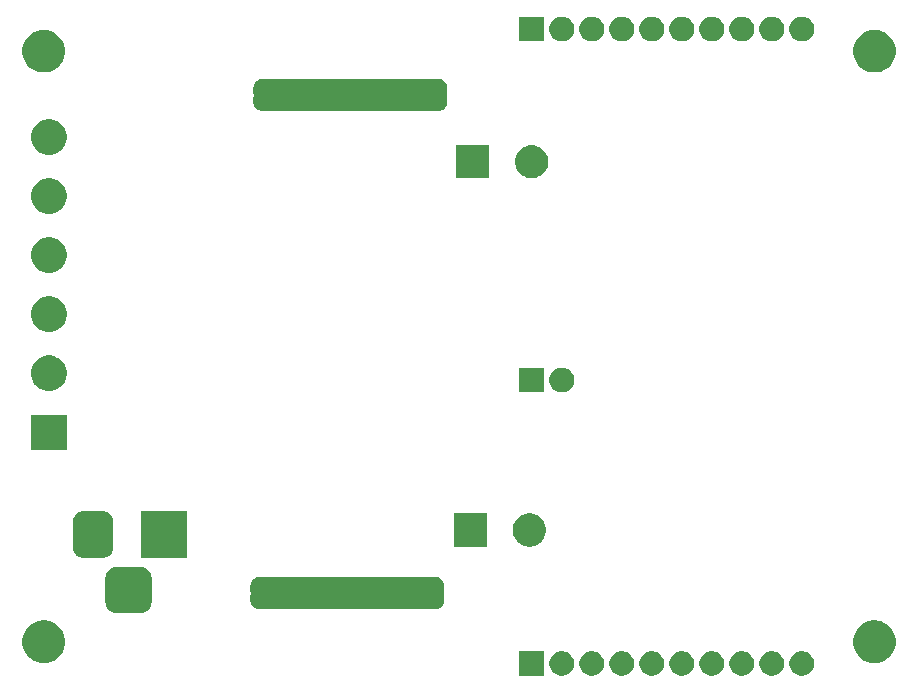
<source format=gbr>
G04 #@! TF.GenerationSoftware,KiCad,Pcbnew,5.1.5-52549c5~84~ubuntu18.04.1*
G04 #@! TF.CreationDate,2020-03-09T10:29:23-07:00*
G04 #@! TF.ProjectId,wifistepper,77696669-7374-4657-9070-65722e6b6963,rev?*
G04 #@! TF.SameCoordinates,Original*
G04 #@! TF.FileFunction,Soldermask,Bot*
G04 #@! TF.FilePolarity,Negative*
%FSLAX46Y46*%
G04 Gerber Fmt 4.6, Leading zero omitted, Abs format (unit mm)*
G04 Created by KiCad (PCBNEW 5.1.5-52549c5~84~ubuntu18.04.1) date 2020-03-09 10:29:23*
%MOMM*%
%LPD*%
G04 APERTURE LIST*
%ADD10C,0.100000*%
G04 APERTURE END LIST*
D10*
G36*
X83948687Y-115795027D02*
G01*
X84126274Y-115830350D01*
X84317362Y-115909502D01*
X84489336Y-116024411D01*
X84635589Y-116170664D01*
X84750498Y-116342638D01*
X84829650Y-116533726D01*
X84870000Y-116736584D01*
X84870000Y-116943416D01*
X84829650Y-117146274D01*
X84750498Y-117337362D01*
X84635589Y-117509336D01*
X84489336Y-117655589D01*
X84317362Y-117770498D01*
X84126274Y-117849650D01*
X83948687Y-117884973D01*
X83923417Y-117890000D01*
X83716583Y-117890000D01*
X83691313Y-117884973D01*
X83513726Y-117849650D01*
X83322638Y-117770498D01*
X83150664Y-117655589D01*
X83004411Y-117509336D01*
X82889502Y-117337362D01*
X82810350Y-117146274D01*
X82770000Y-116943416D01*
X82770000Y-116736584D01*
X82810350Y-116533726D01*
X82889502Y-116342638D01*
X83004411Y-116170664D01*
X83150664Y-116024411D01*
X83322638Y-115909502D01*
X83513726Y-115830350D01*
X83691313Y-115795027D01*
X83716583Y-115790000D01*
X83923417Y-115790000D01*
X83948687Y-115795027D01*
G37*
G36*
X99188687Y-115795027D02*
G01*
X99366274Y-115830350D01*
X99557362Y-115909502D01*
X99729336Y-116024411D01*
X99875589Y-116170664D01*
X99990498Y-116342638D01*
X100069650Y-116533726D01*
X100110000Y-116736584D01*
X100110000Y-116943416D01*
X100069650Y-117146274D01*
X99990498Y-117337362D01*
X99875589Y-117509336D01*
X99729336Y-117655589D01*
X99557362Y-117770498D01*
X99366274Y-117849650D01*
X99188687Y-117884973D01*
X99163417Y-117890000D01*
X98956583Y-117890000D01*
X98931313Y-117884973D01*
X98753726Y-117849650D01*
X98562638Y-117770498D01*
X98390664Y-117655589D01*
X98244411Y-117509336D01*
X98129502Y-117337362D01*
X98050350Y-117146274D01*
X98010000Y-116943416D01*
X98010000Y-116736584D01*
X98050350Y-116533726D01*
X98129502Y-116342638D01*
X98244411Y-116170664D01*
X98390664Y-116024411D01*
X98562638Y-115909502D01*
X98753726Y-115830350D01*
X98931313Y-115795027D01*
X98956583Y-115790000D01*
X99163417Y-115790000D01*
X99188687Y-115795027D01*
G37*
G36*
X79790000Y-117890000D02*
G01*
X77690000Y-117890000D01*
X77690000Y-115790000D01*
X79790000Y-115790000D01*
X79790000Y-117890000D01*
G37*
G36*
X81408687Y-115795027D02*
G01*
X81586274Y-115830350D01*
X81777362Y-115909502D01*
X81949336Y-116024411D01*
X82095589Y-116170664D01*
X82210498Y-116342638D01*
X82289650Y-116533726D01*
X82330000Y-116736584D01*
X82330000Y-116943416D01*
X82289650Y-117146274D01*
X82210498Y-117337362D01*
X82095589Y-117509336D01*
X81949336Y-117655589D01*
X81777362Y-117770498D01*
X81586274Y-117849650D01*
X81408687Y-117884973D01*
X81383417Y-117890000D01*
X81176583Y-117890000D01*
X81151313Y-117884973D01*
X80973726Y-117849650D01*
X80782638Y-117770498D01*
X80610664Y-117655589D01*
X80464411Y-117509336D01*
X80349502Y-117337362D01*
X80270350Y-117146274D01*
X80230000Y-116943416D01*
X80230000Y-116736584D01*
X80270350Y-116533726D01*
X80349502Y-116342638D01*
X80464411Y-116170664D01*
X80610664Y-116024411D01*
X80782638Y-115909502D01*
X80973726Y-115830350D01*
X81151313Y-115795027D01*
X81176583Y-115790000D01*
X81383417Y-115790000D01*
X81408687Y-115795027D01*
G37*
G36*
X101728687Y-115795027D02*
G01*
X101906274Y-115830350D01*
X102097362Y-115909502D01*
X102269336Y-116024411D01*
X102415589Y-116170664D01*
X102530498Y-116342638D01*
X102609650Y-116533726D01*
X102650000Y-116736584D01*
X102650000Y-116943416D01*
X102609650Y-117146274D01*
X102530498Y-117337362D01*
X102415589Y-117509336D01*
X102269336Y-117655589D01*
X102097362Y-117770498D01*
X101906274Y-117849650D01*
X101728687Y-117884973D01*
X101703417Y-117890000D01*
X101496583Y-117890000D01*
X101471313Y-117884973D01*
X101293726Y-117849650D01*
X101102638Y-117770498D01*
X100930664Y-117655589D01*
X100784411Y-117509336D01*
X100669502Y-117337362D01*
X100590350Y-117146274D01*
X100550000Y-116943416D01*
X100550000Y-116736584D01*
X100590350Y-116533726D01*
X100669502Y-116342638D01*
X100784411Y-116170664D01*
X100930664Y-116024411D01*
X101102638Y-115909502D01*
X101293726Y-115830350D01*
X101471313Y-115795027D01*
X101496583Y-115790000D01*
X101703417Y-115790000D01*
X101728687Y-115795027D01*
G37*
G36*
X96648687Y-115795027D02*
G01*
X96826274Y-115830350D01*
X97017362Y-115909502D01*
X97189336Y-116024411D01*
X97335589Y-116170664D01*
X97450498Y-116342638D01*
X97529650Y-116533726D01*
X97570000Y-116736584D01*
X97570000Y-116943416D01*
X97529650Y-117146274D01*
X97450498Y-117337362D01*
X97335589Y-117509336D01*
X97189336Y-117655589D01*
X97017362Y-117770498D01*
X96826274Y-117849650D01*
X96648687Y-117884973D01*
X96623417Y-117890000D01*
X96416583Y-117890000D01*
X96391313Y-117884973D01*
X96213726Y-117849650D01*
X96022638Y-117770498D01*
X95850664Y-117655589D01*
X95704411Y-117509336D01*
X95589502Y-117337362D01*
X95510350Y-117146274D01*
X95470000Y-116943416D01*
X95470000Y-116736584D01*
X95510350Y-116533726D01*
X95589502Y-116342638D01*
X95704411Y-116170664D01*
X95850664Y-116024411D01*
X96022638Y-115909502D01*
X96213726Y-115830350D01*
X96391313Y-115795027D01*
X96416583Y-115790000D01*
X96623417Y-115790000D01*
X96648687Y-115795027D01*
G37*
G36*
X94108687Y-115795027D02*
G01*
X94286274Y-115830350D01*
X94477362Y-115909502D01*
X94649336Y-116024411D01*
X94795589Y-116170664D01*
X94910498Y-116342638D01*
X94989650Y-116533726D01*
X95030000Y-116736584D01*
X95030000Y-116943416D01*
X94989650Y-117146274D01*
X94910498Y-117337362D01*
X94795589Y-117509336D01*
X94649336Y-117655589D01*
X94477362Y-117770498D01*
X94286274Y-117849650D01*
X94108687Y-117884973D01*
X94083417Y-117890000D01*
X93876583Y-117890000D01*
X93851313Y-117884973D01*
X93673726Y-117849650D01*
X93482638Y-117770498D01*
X93310664Y-117655589D01*
X93164411Y-117509336D01*
X93049502Y-117337362D01*
X92970350Y-117146274D01*
X92930000Y-116943416D01*
X92930000Y-116736584D01*
X92970350Y-116533726D01*
X93049502Y-116342638D01*
X93164411Y-116170664D01*
X93310664Y-116024411D01*
X93482638Y-115909502D01*
X93673726Y-115830350D01*
X93851313Y-115795027D01*
X93876583Y-115790000D01*
X94083417Y-115790000D01*
X94108687Y-115795027D01*
G37*
G36*
X91568687Y-115795027D02*
G01*
X91746274Y-115830350D01*
X91937362Y-115909502D01*
X92109336Y-116024411D01*
X92255589Y-116170664D01*
X92370498Y-116342638D01*
X92449650Y-116533726D01*
X92490000Y-116736584D01*
X92490000Y-116943416D01*
X92449650Y-117146274D01*
X92370498Y-117337362D01*
X92255589Y-117509336D01*
X92109336Y-117655589D01*
X91937362Y-117770498D01*
X91746274Y-117849650D01*
X91568687Y-117884973D01*
X91543417Y-117890000D01*
X91336583Y-117890000D01*
X91311313Y-117884973D01*
X91133726Y-117849650D01*
X90942638Y-117770498D01*
X90770664Y-117655589D01*
X90624411Y-117509336D01*
X90509502Y-117337362D01*
X90430350Y-117146274D01*
X90390000Y-116943416D01*
X90390000Y-116736584D01*
X90430350Y-116533726D01*
X90509502Y-116342638D01*
X90624411Y-116170664D01*
X90770664Y-116024411D01*
X90942638Y-115909502D01*
X91133726Y-115830350D01*
X91311313Y-115795027D01*
X91336583Y-115790000D01*
X91543417Y-115790000D01*
X91568687Y-115795027D01*
G37*
G36*
X89028687Y-115795027D02*
G01*
X89206274Y-115830350D01*
X89397362Y-115909502D01*
X89569336Y-116024411D01*
X89715589Y-116170664D01*
X89830498Y-116342638D01*
X89909650Y-116533726D01*
X89950000Y-116736584D01*
X89950000Y-116943416D01*
X89909650Y-117146274D01*
X89830498Y-117337362D01*
X89715589Y-117509336D01*
X89569336Y-117655589D01*
X89397362Y-117770498D01*
X89206274Y-117849650D01*
X89028687Y-117884973D01*
X89003417Y-117890000D01*
X88796583Y-117890000D01*
X88771313Y-117884973D01*
X88593726Y-117849650D01*
X88402638Y-117770498D01*
X88230664Y-117655589D01*
X88084411Y-117509336D01*
X87969502Y-117337362D01*
X87890350Y-117146274D01*
X87850000Y-116943416D01*
X87850000Y-116736584D01*
X87890350Y-116533726D01*
X87969502Y-116342638D01*
X88084411Y-116170664D01*
X88230664Y-116024411D01*
X88402638Y-115909502D01*
X88593726Y-115830350D01*
X88771313Y-115795027D01*
X88796583Y-115790000D01*
X89003417Y-115790000D01*
X89028687Y-115795027D01*
G37*
G36*
X86488687Y-115795027D02*
G01*
X86666274Y-115830350D01*
X86857362Y-115909502D01*
X87029336Y-116024411D01*
X87175589Y-116170664D01*
X87290498Y-116342638D01*
X87369650Y-116533726D01*
X87410000Y-116736584D01*
X87410000Y-116943416D01*
X87369650Y-117146274D01*
X87290498Y-117337362D01*
X87175589Y-117509336D01*
X87029336Y-117655589D01*
X86857362Y-117770498D01*
X86666274Y-117849650D01*
X86488687Y-117884973D01*
X86463417Y-117890000D01*
X86256583Y-117890000D01*
X86231313Y-117884973D01*
X86053726Y-117849650D01*
X85862638Y-117770498D01*
X85690664Y-117655589D01*
X85544411Y-117509336D01*
X85429502Y-117337362D01*
X85350350Y-117146274D01*
X85310000Y-116943416D01*
X85310000Y-116736584D01*
X85350350Y-116533726D01*
X85429502Y-116342638D01*
X85544411Y-116170664D01*
X85690664Y-116024411D01*
X85862638Y-115909502D01*
X86053726Y-115830350D01*
X86231313Y-115795027D01*
X86256583Y-115790000D01*
X86463417Y-115790000D01*
X86488687Y-115795027D01*
G37*
G36*
X108095663Y-113234587D02*
G01*
X108269541Y-113269173D01*
X108597120Y-113404861D01*
X108891933Y-113601849D01*
X109142651Y-113852567D01*
X109339639Y-114147380D01*
X109475327Y-114474959D01*
X109544500Y-114822716D01*
X109544500Y-115177284D01*
X109475327Y-115525041D01*
X109339639Y-115852620D01*
X109142651Y-116147433D01*
X108891933Y-116398151D01*
X108597120Y-116595139D01*
X108269541Y-116730827D01*
X108095662Y-116765414D01*
X107921786Y-116800000D01*
X107567214Y-116800000D01*
X107393338Y-116765414D01*
X107219459Y-116730827D01*
X106891880Y-116595139D01*
X106597067Y-116398151D01*
X106346349Y-116147433D01*
X106149361Y-115852620D01*
X106013673Y-115525041D01*
X105944500Y-115177284D01*
X105944500Y-114822716D01*
X106013673Y-114474959D01*
X106149361Y-114147380D01*
X106346349Y-113852567D01*
X106597067Y-113601849D01*
X106891880Y-113404861D01*
X107219459Y-113269173D01*
X107393337Y-113234587D01*
X107567214Y-113200000D01*
X107921786Y-113200000D01*
X108095663Y-113234587D01*
G37*
G36*
X37764163Y-113234587D02*
G01*
X37938041Y-113269173D01*
X38265620Y-113404861D01*
X38560433Y-113601849D01*
X38811151Y-113852567D01*
X39008139Y-114147380D01*
X39143827Y-114474959D01*
X39213000Y-114822716D01*
X39213000Y-115177284D01*
X39143827Y-115525041D01*
X39008139Y-115852620D01*
X38811151Y-116147433D01*
X38560433Y-116398151D01*
X38265620Y-116595139D01*
X37938041Y-116730827D01*
X37764162Y-116765414D01*
X37590286Y-116800000D01*
X37235714Y-116800000D01*
X37061838Y-116765414D01*
X36887959Y-116730827D01*
X36560380Y-116595139D01*
X36265567Y-116398151D01*
X36014849Y-116147433D01*
X35817861Y-115852620D01*
X35682173Y-115525041D01*
X35613000Y-115177284D01*
X35613000Y-114822716D01*
X35682173Y-114474959D01*
X35817861Y-114147380D01*
X36014849Y-113852567D01*
X36265567Y-113601849D01*
X36560380Y-113404861D01*
X36887959Y-113269173D01*
X37061837Y-113234587D01*
X37235714Y-113200000D01*
X37590286Y-113200000D01*
X37764163Y-113234587D01*
G37*
G36*
X45807900Y-108686126D02*
G01*
X45978970Y-108738020D01*
X46136621Y-108822286D01*
X46274808Y-108935692D01*
X46388214Y-109073879D01*
X46472480Y-109231530D01*
X46524374Y-109402600D01*
X46542500Y-109586640D01*
X46542500Y-111649360D01*
X46524374Y-111833400D01*
X46472480Y-112004470D01*
X46388214Y-112162121D01*
X46274808Y-112300308D01*
X46136621Y-112413714D01*
X45978970Y-112497980D01*
X45807900Y-112549874D01*
X45623860Y-112568000D01*
X43561140Y-112568000D01*
X43377100Y-112549874D01*
X43206030Y-112497980D01*
X43048379Y-112413714D01*
X42910192Y-112300308D01*
X42796786Y-112162121D01*
X42712520Y-112004470D01*
X42660626Y-111833400D01*
X42642500Y-111649360D01*
X42642500Y-109586640D01*
X42660626Y-109402600D01*
X42712520Y-109231530D01*
X42796786Y-109073879D01*
X42910192Y-108935692D01*
X43048379Y-108822286D01*
X43206030Y-108738020D01*
X43377100Y-108686126D01*
X43561140Y-108668000D01*
X45623860Y-108668000D01*
X45807900Y-108686126D01*
G37*
G36*
X70631197Y-109521233D02*
G01*
X70643449Y-109521835D01*
X70661869Y-109521835D01*
X70713358Y-109526906D01*
X70797439Y-109543631D01*
X70813403Y-109548474D01*
X70841048Y-109556859D01*
X70841054Y-109556861D01*
X70846960Y-109558653D01*
X70926158Y-109591457D01*
X70971791Y-109615848D01*
X71043076Y-109663479D01*
X71047847Y-109667395D01*
X71047849Y-109667396D01*
X71078303Y-109692389D01*
X71078309Y-109692395D01*
X71083072Y-109696304D01*
X71143696Y-109756928D01*
X71147605Y-109761691D01*
X71147611Y-109761697D01*
X71172604Y-109792151D01*
X71176521Y-109796924D01*
X71224152Y-109868209D01*
X71248543Y-109913842D01*
X71281347Y-109993040D01*
X71283139Y-109998946D01*
X71283141Y-109998952D01*
X71291526Y-110026597D01*
X71296369Y-110042561D01*
X71313094Y-110126642D01*
X71318165Y-110178131D01*
X71318165Y-110196551D01*
X71318767Y-110208803D01*
X71320573Y-110227140D01*
X71320573Y-110714860D01*
X71316107Y-110760205D01*
X71304670Y-110797908D01*
X71297096Y-110812078D01*
X71287720Y-110834717D01*
X71282940Y-110858751D01*
X71282940Y-110883255D01*
X71287721Y-110907288D01*
X71297096Y-110929922D01*
X71304670Y-110944092D01*
X71316107Y-110981795D01*
X71320573Y-111027140D01*
X71320573Y-111514860D01*
X71318767Y-111533197D01*
X71318165Y-111545449D01*
X71318165Y-111563869D01*
X71313094Y-111615358D01*
X71296369Y-111699439D01*
X71294576Y-111705349D01*
X71283141Y-111743048D01*
X71283139Y-111743054D01*
X71281347Y-111748960D01*
X71248543Y-111828158D01*
X71224152Y-111873791D01*
X71176521Y-111945076D01*
X71172605Y-111949847D01*
X71172604Y-111949849D01*
X71147611Y-111980303D01*
X71147605Y-111980309D01*
X71143696Y-111985072D01*
X71083072Y-112045696D01*
X71078309Y-112049605D01*
X71078303Y-112049611D01*
X71047849Y-112074604D01*
X71043076Y-112078521D01*
X70971791Y-112126152D01*
X70926158Y-112150543D01*
X70846960Y-112183347D01*
X70841054Y-112185139D01*
X70841048Y-112185141D01*
X70813403Y-112193526D01*
X70797439Y-112198369D01*
X70713358Y-112215094D01*
X70661869Y-112220165D01*
X70643449Y-112220165D01*
X70631197Y-112220767D01*
X70612860Y-112222573D01*
X55625140Y-112222573D01*
X55606803Y-112220767D01*
X55594551Y-112220165D01*
X55576131Y-112220165D01*
X55524642Y-112215094D01*
X55440561Y-112198369D01*
X55424597Y-112193526D01*
X55396952Y-112185141D01*
X55396946Y-112185139D01*
X55391040Y-112183347D01*
X55311842Y-112150543D01*
X55266209Y-112126152D01*
X55194924Y-112078521D01*
X55190151Y-112074604D01*
X55159697Y-112049611D01*
X55159691Y-112049605D01*
X55154928Y-112045696D01*
X55094304Y-111985072D01*
X55090395Y-111980309D01*
X55090389Y-111980303D01*
X55065396Y-111949849D01*
X55065395Y-111949847D01*
X55061479Y-111945076D01*
X55013848Y-111873791D01*
X54989457Y-111828158D01*
X54956653Y-111748960D01*
X54954861Y-111743054D01*
X54954859Y-111743048D01*
X54943424Y-111705349D01*
X54941631Y-111699439D01*
X54924906Y-111615358D01*
X54919835Y-111563869D01*
X54919835Y-111545449D01*
X54919233Y-111533197D01*
X54917427Y-111514860D01*
X54917427Y-111027140D01*
X54921893Y-110981795D01*
X54933330Y-110944092D01*
X54940904Y-110929922D01*
X54950280Y-110907283D01*
X54955060Y-110883249D01*
X54955060Y-110858745D01*
X54950279Y-110834712D01*
X54940904Y-110812078D01*
X54933330Y-110797908D01*
X54921893Y-110760205D01*
X54917427Y-110714860D01*
X54917427Y-110227140D01*
X54919233Y-110208803D01*
X54919835Y-110196551D01*
X54919835Y-110178131D01*
X54924906Y-110126642D01*
X54941631Y-110042561D01*
X54946474Y-110026597D01*
X54954859Y-109998952D01*
X54954861Y-109998946D01*
X54956653Y-109993040D01*
X54989457Y-109913842D01*
X55013848Y-109868209D01*
X55061479Y-109796924D01*
X55065396Y-109792151D01*
X55090389Y-109761697D01*
X55090395Y-109761691D01*
X55094304Y-109756928D01*
X55154928Y-109696304D01*
X55159691Y-109692395D01*
X55159697Y-109692389D01*
X55190151Y-109667396D01*
X55190153Y-109667395D01*
X55194924Y-109663479D01*
X55266209Y-109615848D01*
X55311842Y-109591457D01*
X55391040Y-109558653D01*
X55396946Y-109556861D01*
X55396952Y-109556859D01*
X55424597Y-109548474D01*
X55440561Y-109543631D01*
X55524642Y-109526906D01*
X55576131Y-109521835D01*
X55594551Y-109521835D01*
X55606803Y-109521233D01*
X55625140Y-109519427D01*
X70612860Y-109519427D01*
X70631197Y-109521233D01*
G37*
G36*
X49542500Y-107868000D02*
G01*
X45642500Y-107868000D01*
X45642500Y-103968000D01*
X49542500Y-103968000D01*
X49542500Y-107868000D01*
G37*
G36*
X42658517Y-103983724D02*
G01*
X42806131Y-104028503D01*
X42942171Y-104101218D01*
X43061418Y-104199082D01*
X43159282Y-104318329D01*
X43231997Y-104454369D01*
X43276776Y-104601983D01*
X43292500Y-104761640D01*
X43292500Y-107074360D01*
X43276776Y-107234017D01*
X43231997Y-107381631D01*
X43159282Y-107517671D01*
X43061418Y-107636918D01*
X42942171Y-107734782D01*
X42806131Y-107807497D01*
X42658517Y-107852276D01*
X42498860Y-107868000D01*
X40686140Y-107868000D01*
X40526483Y-107852276D01*
X40378869Y-107807497D01*
X40242829Y-107734782D01*
X40123582Y-107636918D01*
X40025718Y-107517671D01*
X39953003Y-107381631D01*
X39908224Y-107234017D01*
X39892500Y-107074360D01*
X39892500Y-104761640D01*
X39908224Y-104601983D01*
X39953003Y-104454369D01*
X40025718Y-104318329D01*
X40123582Y-104199082D01*
X40242829Y-104101218D01*
X40378869Y-104028503D01*
X40526483Y-103983724D01*
X40686140Y-103968000D01*
X42498860Y-103968000D01*
X42658517Y-103983724D01*
G37*
G36*
X74933000Y-106937000D02*
G01*
X72133000Y-106937000D01*
X72133000Y-104137000D01*
X74933000Y-104137000D01*
X74933000Y-106937000D01*
G37*
G36*
X78806126Y-104163900D02*
G01*
X78941365Y-104190801D01*
X79196149Y-104296336D01*
X79425448Y-104449549D01*
X79620451Y-104644552D01*
X79773664Y-104873851D01*
X79879199Y-105128635D01*
X79933000Y-105399112D01*
X79933000Y-105674888D01*
X79879199Y-105945365D01*
X79773664Y-106200149D01*
X79620451Y-106429448D01*
X79425448Y-106624451D01*
X79196149Y-106777664D01*
X78941365Y-106883199D01*
X78806127Y-106910099D01*
X78670889Y-106937000D01*
X78395111Y-106937000D01*
X78259873Y-106910099D01*
X78124635Y-106883199D01*
X77869851Y-106777664D01*
X77640552Y-106624451D01*
X77445549Y-106429448D01*
X77292336Y-106200149D01*
X77186801Y-105945365D01*
X77133000Y-105674888D01*
X77133000Y-105399112D01*
X77186801Y-105128635D01*
X77292336Y-104873851D01*
X77445549Y-104644552D01*
X77640552Y-104449549D01*
X77869851Y-104296336D01*
X78124635Y-104190801D01*
X78259874Y-104163900D01*
X78395111Y-104137000D01*
X78670889Y-104137000D01*
X78806126Y-104163900D01*
G37*
G36*
X39346000Y-98763000D02*
G01*
X36346000Y-98763000D01*
X36346000Y-95763000D01*
X39346000Y-95763000D01*
X39346000Y-98763000D01*
G37*
G36*
X79790000Y-93887000D02*
G01*
X77690000Y-93887000D01*
X77690000Y-91787000D01*
X79790000Y-91787000D01*
X79790000Y-93887000D01*
G37*
G36*
X81408687Y-91792027D02*
G01*
X81586274Y-91827350D01*
X81777362Y-91906502D01*
X81949336Y-92021411D01*
X82095589Y-92167664D01*
X82210498Y-92339638D01*
X82289650Y-92530726D01*
X82330000Y-92733584D01*
X82330000Y-92940416D01*
X82289650Y-93143274D01*
X82210498Y-93334362D01*
X82095589Y-93506336D01*
X81949336Y-93652589D01*
X81777362Y-93767498D01*
X81586274Y-93846650D01*
X81408687Y-93881973D01*
X81383417Y-93887000D01*
X81176583Y-93887000D01*
X81151313Y-93881973D01*
X80973726Y-93846650D01*
X80782638Y-93767498D01*
X80610664Y-93652589D01*
X80464411Y-93506336D01*
X80349502Y-93334362D01*
X80270350Y-93143274D01*
X80230000Y-92940416D01*
X80230000Y-92733584D01*
X80270350Y-92530726D01*
X80349502Y-92339638D01*
X80464411Y-92167664D01*
X80610664Y-92021411D01*
X80782638Y-91906502D01*
X80973726Y-91827350D01*
X81151313Y-91792027D01*
X81176583Y-91787000D01*
X81383417Y-91787000D01*
X81408687Y-91792027D01*
G37*
G36*
X38283534Y-90820643D02*
G01*
X38556515Y-90933716D01*
X38556517Y-90933717D01*
X38680190Y-91016353D01*
X38802193Y-91097873D01*
X39011127Y-91306807D01*
X39175284Y-91552485D01*
X39288357Y-91825466D01*
X39346000Y-92115262D01*
X39346000Y-92410738D01*
X39288357Y-92700534D01*
X39175284Y-92973515D01*
X39061855Y-93143274D01*
X39011126Y-93219194D01*
X38802194Y-93428126D01*
X38556517Y-93592283D01*
X38556516Y-93592284D01*
X38556515Y-93592284D01*
X38283534Y-93705357D01*
X37993738Y-93763000D01*
X37698262Y-93763000D01*
X37408466Y-93705357D01*
X37135485Y-93592284D01*
X37135484Y-93592284D01*
X37135483Y-93592283D01*
X36889806Y-93428126D01*
X36680874Y-93219194D01*
X36630146Y-93143274D01*
X36516716Y-92973515D01*
X36403643Y-92700534D01*
X36346000Y-92410738D01*
X36346000Y-92115262D01*
X36403643Y-91825466D01*
X36516716Y-91552485D01*
X36680873Y-91306807D01*
X36889807Y-91097873D01*
X37011810Y-91016353D01*
X37135483Y-90933717D01*
X37135485Y-90933716D01*
X37408466Y-90820643D01*
X37698262Y-90763000D01*
X37993738Y-90763000D01*
X38283534Y-90820643D01*
G37*
G36*
X38283534Y-85820643D02*
G01*
X38556515Y-85933716D01*
X38556517Y-85933717D01*
X38680190Y-86016353D01*
X38802193Y-86097873D01*
X39011127Y-86306807D01*
X39175284Y-86552485D01*
X39288357Y-86825466D01*
X39346000Y-87115262D01*
X39346000Y-87410738D01*
X39288357Y-87700534D01*
X39175284Y-87973515D01*
X39175283Y-87973517D01*
X39011126Y-88219194D01*
X38802194Y-88428126D01*
X38556517Y-88592283D01*
X38556516Y-88592284D01*
X38556515Y-88592284D01*
X38283534Y-88705357D01*
X37993738Y-88763000D01*
X37698262Y-88763000D01*
X37408466Y-88705357D01*
X37135485Y-88592284D01*
X37135484Y-88592284D01*
X37135483Y-88592283D01*
X36889806Y-88428126D01*
X36680874Y-88219194D01*
X36516717Y-87973517D01*
X36516716Y-87973515D01*
X36403643Y-87700534D01*
X36346000Y-87410738D01*
X36346000Y-87115262D01*
X36403643Y-86825466D01*
X36516716Y-86552485D01*
X36680873Y-86306807D01*
X36889807Y-86097873D01*
X37011810Y-86016353D01*
X37135483Y-85933717D01*
X37135485Y-85933716D01*
X37408466Y-85820643D01*
X37698262Y-85763000D01*
X37993738Y-85763000D01*
X38283534Y-85820643D01*
G37*
G36*
X38283534Y-80820643D02*
G01*
X38556515Y-80933716D01*
X38556517Y-80933717D01*
X38680190Y-81016353D01*
X38802193Y-81097873D01*
X39011127Y-81306807D01*
X39175284Y-81552485D01*
X39288357Y-81825466D01*
X39346000Y-82115262D01*
X39346000Y-82410738D01*
X39288357Y-82700534D01*
X39175284Y-82973515D01*
X39175283Y-82973517D01*
X39011126Y-83219194D01*
X38802194Y-83428126D01*
X38556517Y-83592283D01*
X38556516Y-83592284D01*
X38556515Y-83592284D01*
X38283534Y-83705357D01*
X37993738Y-83763000D01*
X37698262Y-83763000D01*
X37408466Y-83705357D01*
X37135485Y-83592284D01*
X37135484Y-83592284D01*
X37135483Y-83592283D01*
X36889806Y-83428126D01*
X36680874Y-83219194D01*
X36516717Y-82973517D01*
X36516716Y-82973515D01*
X36403643Y-82700534D01*
X36346000Y-82410738D01*
X36346000Y-82115262D01*
X36403643Y-81825466D01*
X36516716Y-81552485D01*
X36680873Y-81306807D01*
X36889807Y-81097873D01*
X37011810Y-81016353D01*
X37135483Y-80933717D01*
X37135485Y-80933716D01*
X37408466Y-80820643D01*
X37698262Y-80763000D01*
X37993738Y-80763000D01*
X38283534Y-80820643D01*
G37*
G36*
X38283534Y-75820643D02*
G01*
X38556515Y-75933716D01*
X38556517Y-75933717D01*
X38680190Y-76016353D01*
X38802193Y-76097873D01*
X39011127Y-76306807D01*
X39175284Y-76552485D01*
X39288357Y-76825466D01*
X39346000Y-77115262D01*
X39346000Y-77410738D01*
X39288357Y-77700534D01*
X39175284Y-77973515D01*
X39175283Y-77973517D01*
X39011126Y-78219194D01*
X38802194Y-78428126D01*
X38556517Y-78592283D01*
X38556516Y-78592284D01*
X38556515Y-78592284D01*
X38283534Y-78705357D01*
X37993738Y-78763000D01*
X37698262Y-78763000D01*
X37408466Y-78705357D01*
X37135485Y-78592284D01*
X37135484Y-78592284D01*
X37135483Y-78592283D01*
X36889806Y-78428126D01*
X36680874Y-78219194D01*
X36516717Y-77973517D01*
X36516716Y-77973515D01*
X36403643Y-77700534D01*
X36346000Y-77410738D01*
X36346000Y-77115262D01*
X36403643Y-76825466D01*
X36516716Y-76552485D01*
X36680873Y-76306807D01*
X36889807Y-76097873D01*
X37011810Y-76016353D01*
X37135483Y-75933717D01*
X37135485Y-75933716D01*
X37408466Y-75820643D01*
X37698262Y-75763000D01*
X37993738Y-75763000D01*
X38283534Y-75820643D01*
G37*
G36*
X78936874Y-72973515D02*
G01*
X79131865Y-73012301D01*
X79386649Y-73117836D01*
X79615948Y-73271049D01*
X79810951Y-73466052D01*
X79964164Y-73695351D01*
X80069699Y-73950135D01*
X80123500Y-74220612D01*
X80123500Y-74496388D01*
X80069699Y-74766865D01*
X79964164Y-75021649D01*
X79810951Y-75250948D01*
X79615948Y-75445951D01*
X79386649Y-75599164D01*
X79131865Y-75704699D01*
X78996627Y-75731599D01*
X78861389Y-75758500D01*
X78585611Y-75758500D01*
X78450373Y-75731599D01*
X78315135Y-75704699D01*
X78060351Y-75599164D01*
X77831052Y-75445951D01*
X77636049Y-75250948D01*
X77482836Y-75021649D01*
X77377301Y-74766865D01*
X77323500Y-74496388D01*
X77323500Y-74220612D01*
X77377301Y-73950135D01*
X77482836Y-73695351D01*
X77636049Y-73466052D01*
X77831052Y-73271049D01*
X78060351Y-73117836D01*
X78315135Y-73012301D01*
X78510126Y-72973515D01*
X78585611Y-72958500D01*
X78861389Y-72958500D01*
X78936874Y-72973515D01*
G37*
G36*
X75123500Y-75758500D02*
G01*
X72323500Y-75758500D01*
X72323500Y-72958500D01*
X75123500Y-72958500D01*
X75123500Y-75758500D01*
G37*
G36*
X38283534Y-70820643D02*
G01*
X38556515Y-70933716D01*
X38556517Y-70933717D01*
X38680190Y-71016353D01*
X38802193Y-71097873D01*
X39011127Y-71306807D01*
X39175284Y-71552485D01*
X39288357Y-71825466D01*
X39346000Y-72115262D01*
X39346000Y-72410738D01*
X39288357Y-72700534D01*
X39181503Y-72958500D01*
X39175283Y-72973517D01*
X39011126Y-73219194D01*
X38802194Y-73428126D01*
X38556517Y-73592283D01*
X38556516Y-73592284D01*
X38556515Y-73592284D01*
X38283534Y-73705357D01*
X37993738Y-73763000D01*
X37698262Y-73763000D01*
X37408466Y-73705357D01*
X37135485Y-73592284D01*
X37135484Y-73592284D01*
X37135483Y-73592283D01*
X36889806Y-73428126D01*
X36680874Y-73219194D01*
X36516717Y-72973517D01*
X36510497Y-72958500D01*
X36403643Y-72700534D01*
X36346000Y-72410738D01*
X36346000Y-72115262D01*
X36403643Y-71825466D01*
X36516716Y-71552485D01*
X36680873Y-71306807D01*
X36889807Y-71097873D01*
X37011810Y-71016353D01*
X37135483Y-70933717D01*
X37135485Y-70933716D01*
X37408466Y-70820643D01*
X37698262Y-70763000D01*
X37993738Y-70763000D01*
X38283534Y-70820643D01*
G37*
G36*
X70885197Y-67342233D02*
G01*
X70897449Y-67342835D01*
X70915869Y-67342835D01*
X70967358Y-67347906D01*
X71051439Y-67364631D01*
X71067403Y-67369474D01*
X71095048Y-67377859D01*
X71095054Y-67377861D01*
X71100960Y-67379653D01*
X71180158Y-67412457D01*
X71225791Y-67436848D01*
X71297076Y-67484479D01*
X71301847Y-67488395D01*
X71301849Y-67488396D01*
X71332303Y-67513389D01*
X71332309Y-67513395D01*
X71337072Y-67517304D01*
X71397696Y-67577928D01*
X71401605Y-67582691D01*
X71401611Y-67582697D01*
X71426604Y-67613151D01*
X71430521Y-67617924D01*
X71478152Y-67689209D01*
X71502543Y-67734842D01*
X71535347Y-67814040D01*
X71537139Y-67819946D01*
X71537141Y-67819952D01*
X71545526Y-67847597D01*
X71550369Y-67863561D01*
X71567094Y-67947642D01*
X71572165Y-67999131D01*
X71572165Y-68017551D01*
X71572767Y-68029803D01*
X71574573Y-68048140D01*
X71574573Y-68535860D01*
X71570107Y-68581205D01*
X71558670Y-68618908D01*
X71551096Y-68633078D01*
X71541720Y-68655717D01*
X71536940Y-68679751D01*
X71536940Y-68704255D01*
X71541721Y-68728288D01*
X71551096Y-68750922D01*
X71558670Y-68765092D01*
X71570107Y-68802795D01*
X71574573Y-68848140D01*
X71574573Y-69335860D01*
X71572767Y-69354197D01*
X71572165Y-69366449D01*
X71572165Y-69384869D01*
X71567094Y-69436358D01*
X71550369Y-69520439D01*
X71548576Y-69526349D01*
X71537141Y-69564048D01*
X71537139Y-69564054D01*
X71535347Y-69569960D01*
X71502543Y-69649158D01*
X71478152Y-69694791D01*
X71430521Y-69766076D01*
X71426605Y-69770847D01*
X71426604Y-69770849D01*
X71401611Y-69801303D01*
X71401605Y-69801309D01*
X71397696Y-69806072D01*
X71337072Y-69866696D01*
X71332309Y-69870605D01*
X71332303Y-69870611D01*
X71301849Y-69895604D01*
X71297076Y-69899521D01*
X71225791Y-69947152D01*
X71180158Y-69971543D01*
X71100960Y-70004347D01*
X71095054Y-70006139D01*
X71095048Y-70006141D01*
X71067403Y-70014526D01*
X71051439Y-70019369D01*
X70967358Y-70036094D01*
X70915869Y-70041165D01*
X70897449Y-70041165D01*
X70885197Y-70041767D01*
X70866860Y-70043573D01*
X55879140Y-70043573D01*
X55860803Y-70041767D01*
X55848551Y-70041165D01*
X55830131Y-70041165D01*
X55778642Y-70036094D01*
X55694561Y-70019369D01*
X55678597Y-70014526D01*
X55650952Y-70006141D01*
X55650946Y-70006139D01*
X55645040Y-70004347D01*
X55565842Y-69971543D01*
X55520209Y-69947152D01*
X55448924Y-69899521D01*
X55444151Y-69895604D01*
X55413697Y-69870611D01*
X55413691Y-69870605D01*
X55408928Y-69866696D01*
X55348304Y-69806072D01*
X55344395Y-69801309D01*
X55344389Y-69801303D01*
X55319396Y-69770849D01*
X55319395Y-69770847D01*
X55315479Y-69766076D01*
X55267848Y-69694791D01*
X55243457Y-69649158D01*
X55210653Y-69569960D01*
X55208861Y-69564054D01*
X55208859Y-69564048D01*
X55197424Y-69526349D01*
X55195631Y-69520439D01*
X55178906Y-69436358D01*
X55173835Y-69384869D01*
X55173835Y-69366449D01*
X55173233Y-69354197D01*
X55171427Y-69335860D01*
X55171427Y-68848140D01*
X55175893Y-68802795D01*
X55187330Y-68765092D01*
X55194904Y-68750922D01*
X55204280Y-68728283D01*
X55209060Y-68704249D01*
X55209060Y-68679745D01*
X55204279Y-68655712D01*
X55194904Y-68633078D01*
X55187330Y-68618908D01*
X55175893Y-68581205D01*
X55171427Y-68535860D01*
X55171427Y-68048140D01*
X55173233Y-68029803D01*
X55173835Y-68017551D01*
X55173835Y-67999131D01*
X55178906Y-67947642D01*
X55195631Y-67863561D01*
X55200474Y-67847597D01*
X55208859Y-67819952D01*
X55208861Y-67819946D01*
X55210653Y-67814040D01*
X55243457Y-67734842D01*
X55267848Y-67689209D01*
X55315479Y-67617924D01*
X55319396Y-67613151D01*
X55344389Y-67582697D01*
X55344395Y-67582691D01*
X55348304Y-67577928D01*
X55408928Y-67517304D01*
X55413691Y-67513395D01*
X55413697Y-67513389D01*
X55444151Y-67488396D01*
X55444153Y-67488395D01*
X55448924Y-67484479D01*
X55520209Y-67436848D01*
X55565842Y-67412457D01*
X55645040Y-67379653D01*
X55650946Y-67377861D01*
X55650952Y-67377859D01*
X55678597Y-67369474D01*
X55694561Y-67364631D01*
X55778642Y-67347906D01*
X55830131Y-67342835D01*
X55848551Y-67342835D01*
X55860803Y-67342233D01*
X55879140Y-67340427D01*
X70866860Y-67340427D01*
X70885197Y-67342233D01*
G37*
G36*
X37764163Y-63234587D02*
G01*
X37938041Y-63269173D01*
X38265620Y-63404861D01*
X38560433Y-63601849D01*
X38811151Y-63852567D01*
X39008139Y-64147380D01*
X39143827Y-64474959D01*
X39213000Y-64822716D01*
X39213000Y-65177284D01*
X39143827Y-65525041D01*
X39008139Y-65852620D01*
X38811151Y-66147433D01*
X38560433Y-66398151D01*
X38265620Y-66595139D01*
X37938041Y-66730827D01*
X37764163Y-66765413D01*
X37590286Y-66800000D01*
X37235714Y-66800000D01*
X37061837Y-66765413D01*
X36887959Y-66730827D01*
X36560380Y-66595139D01*
X36265567Y-66398151D01*
X36014849Y-66147433D01*
X35817861Y-65852620D01*
X35682173Y-65525041D01*
X35613000Y-65177284D01*
X35613000Y-64822716D01*
X35682173Y-64474959D01*
X35817861Y-64147380D01*
X36014849Y-63852567D01*
X36265567Y-63601849D01*
X36560380Y-63404861D01*
X36887959Y-63269173D01*
X37061837Y-63234587D01*
X37235714Y-63200000D01*
X37590286Y-63200000D01*
X37764163Y-63234587D01*
G37*
G36*
X108095663Y-63234587D02*
G01*
X108269541Y-63269173D01*
X108597120Y-63404861D01*
X108891933Y-63601849D01*
X109142651Y-63852567D01*
X109339639Y-64147380D01*
X109475327Y-64474959D01*
X109544500Y-64822716D01*
X109544500Y-65177284D01*
X109475327Y-65525041D01*
X109339639Y-65852620D01*
X109142651Y-66147433D01*
X108891933Y-66398151D01*
X108597120Y-66595139D01*
X108269541Y-66730827D01*
X108095663Y-66765413D01*
X107921786Y-66800000D01*
X107567214Y-66800000D01*
X107393337Y-66765413D01*
X107219459Y-66730827D01*
X106891880Y-66595139D01*
X106597067Y-66398151D01*
X106346349Y-66147433D01*
X106149361Y-65852620D01*
X106013673Y-65525041D01*
X105944500Y-65177284D01*
X105944500Y-64822716D01*
X106013673Y-64474959D01*
X106149361Y-64147380D01*
X106346349Y-63852567D01*
X106597067Y-63601849D01*
X106891880Y-63404861D01*
X107219459Y-63269173D01*
X107393337Y-63234587D01*
X107567214Y-63200000D01*
X107921786Y-63200000D01*
X108095663Y-63234587D01*
G37*
G36*
X101728687Y-62074027D02*
G01*
X101906274Y-62109350D01*
X102097362Y-62188502D01*
X102269336Y-62303411D01*
X102415589Y-62449664D01*
X102530498Y-62621638D01*
X102609650Y-62812726D01*
X102650000Y-63015584D01*
X102650000Y-63222416D01*
X102609650Y-63425274D01*
X102530498Y-63616362D01*
X102415589Y-63788336D01*
X102269336Y-63934589D01*
X102097362Y-64049498D01*
X101906274Y-64128650D01*
X101728687Y-64163973D01*
X101703417Y-64169000D01*
X101496583Y-64169000D01*
X101471313Y-64163973D01*
X101293726Y-64128650D01*
X101102638Y-64049498D01*
X100930664Y-63934589D01*
X100784411Y-63788336D01*
X100669502Y-63616362D01*
X100590350Y-63425274D01*
X100550000Y-63222416D01*
X100550000Y-63015584D01*
X100590350Y-62812726D01*
X100669502Y-62621638D01*
X100784411Y-62449664D01*
X100930664Y-62303411D01*
X101102638Y-62188502D01*
X101293726Y-62109350D01*
X101471313Y-62074027D01*
X101496583Y-62069000D01*
X101703417Y-62069000D01*
X101728687Y-62074027D01*
G37*
G36*
X99188687Y-62074027D02*
G01*
X99366274Y-62109350D01*
X99557362Y-62188502D01*
X99729336Y-62303411D01*
X99875589Y-62449664D01*
X99990498Y-62621638D01*
X100069650Y-62812726D01*
X100110000Y-63015584D01*
X100110000Y-63222416D01*
X100069650Y-63425274D01*
X99990498Y-63616362D01*
X99875589Y-63788336D01*
X99729336Y-63934589D01*
X99557362Y-64049498D01*
X99366274Y-64128650D01*
X99188687Y-64163973D01*
X99163417Y-64169000D01*
X98956583Y-64169000D01*
X98931313Y-64163973D01*
X98753726Y-64128650D01*
X98562638Y-64049498D01*
X98390664Y-63934589D01*
X98244411Y-63788336D01*
X98129502Y-63616362D01*
X98050350Y-63425274D01*
X98010000Y-63222416D01*
X98010000Y-63015584D01*
X98050350Y-62812726D01*
X98129502Y-62621638D01*
X98244411Y-62449664D01*
X98390664Y-62303411D01*
X98562638Y-62188502D01*
X98753726Y-62109350D01*
X98931313Y-62074027D01*
X98956583Y-62069000D01*
X99163417Y-62069000D01*
X99188687Y-62074027D01*
G37*
G36*
X96648687Y-62074027D02*
G01*
X96826274Y-62109350D01*
X97017362Y-62188502D01*
X97189336Y-62303411D01*
X97335589Y-62449664D01*
X97450498Y-62621638D01*
X97529650Y-62812726D01*
X97570000Y-63015584D01*
X97570000Y-63222416D01*
X97529650Y-63425274D01*
X97450498Y-63616362D01*
X97335589Y-63788336D01*
X97189336Y-63934589D01*
X97017362Y-64049498D01*
X96826274Y-64128650D01*
X96648687Y-64163973D01*
X96623417Y-64169000D01*
X96416583Y-64169000D01*
X96391313Y-64163973D01*
X96213726Y-64128650D01*
X96022638Y-64049498D01*
X95850664Y-63934589D01*
X95704411Y-63788336D01*
X95589502Y-63616362D01*
X95510350Y-63425274D01*
X95470000Y-63222416D01*
X95470000Y-63015584D01*
X95510350Y-62812726D01*
X95589502Y-62621638D01*
X95704411Y-62449664D01*
X95850664Y-62303411D01*
X96022638Y-62188502D01*
X96213726Y-62109350D01*
X96391313Y-62074027D01*
X96416583Y-62069000D01*
X96623417Y-62069000D01*
X96648687Y-62074027D01*
G37*
G36*
X94108687Y-62074027D02*
G01*
X94286274Y-62109350D01*
X94477362Y-62188502D01*
X94649336Y-62303411D01*
X94795589Y-62449664D01*
X94910498Y-62621638D01*
X94989650Y-62812726D01*
X95030000Y-63015584D01*
X95030000Y-63222416D01*
X94989650Y-63425274D01*
X94910498Y-63616362D01*
X94795589Y-63788336D01*
X94649336Y-63934589D01*
X94477362Y-64049498D01*
X94286274Y-64128650D01*
X94108687Y-64163973D01*
X94083417Y-64169000D01*
X93876583Y-64169000D01*
X93851313Y-64163973D01*
X93673726Y-64128650D01*
X93482638Y-64049498D01*
X93310664Y-63934589D01*
X93164411Y-63788336D01*
X93049502Y-63616362D01*
X92970350Y-63425274D01*
X92930000Y-63222416D01*
X92930000Y-63015584D01*
X92970350Y-62812726D01*
X93049502Y-62621638D01*
X93164411Y-62449664D01*
X93310664Y-62303411D01*
X93482638Y-62188502D01*
X93673726Y-62109350D01*
X93851313Y-62074027D01*
X93876583Y-62069000D01*
X94083417Y-62069000D01*
X94108687Y-62074027D01*
G37*
G36*
X91568687Y-62074027D02*
G01*
X91746274Y-62109350D01*
X91937362Y-62188502D01*
X92109336Y-62303411D01*
X92255589Y-62449664D01*
X92370498Y-62621638D01*
X92449650Y-62812726D01*
X92490000Y-63015584D01*
X92490000Y-63222416D01*
X92449650Y-63425274D01*
X92370498Y-63616362D01*
X92255589Y-63788336D01*
X92109336Y-63934589D01*
X91937362Y-64049498D01*
X91746274Y-64128650D01*
X91568687Y-64163973D01*
X91543417Y-64169000D01*
X91336583Y-64169000D01*
X91311313Y-64163973D01*
X91133726Y-64128650D01*
X90942638Y-64049498D01*
X90770664Y-63934589D01*
X90624411Y-63788336D01*
X90509502Y-63616362D01*
X90430350Y-63425274D01*
X90390000Y-63222416D01*
X90390000Y-63015584D01*
X90430350Y-62812726D01*
X90509502Y-62621638D01*
X90624411Y-62449664D01*
X90770664Y-62303411D01*
X90942638Y-62188502D01*
X91133726Y-62109350D01*
X91311313Y-62074027D01*
X91336583Y-62069000D01*
X91543417Y-62069000D01*
X91568687Y-62074027D01*
G37*
G36*
X89028687Y-62074027D02*
G01*
X89206274Y-62109350D01*
X89397362Y-62188502D01*
X89569336Y-62303411D01*
X89715589Y-62449664D01*
X89830498Y-62621638D01*
X89909650Y-62812726D01*
X89950000Y-63015584D01*
X89950000Y-63222416D01*
X89909650Y-63425274D01*
X89830498Y-63616362D01*
X89715589Y-63788336D01*
X89569336Y-63934589D01*
X89397362Y-64049498D01*
X89206274Y-64128650D01*
X89028687Y-64163973D01*
X89003417Y-64169000D01*
X88796583Y-64169000D01*
X88771313Y-64163973D01*
X88593726Y-64128650D01*
X88402638Y-64049498D01*
X88230664Y-63934589D01*
X88084411Y-63788336D01*
X87969502Y-63616362D01*
X87890350Y-63425274D01*
X87850000Y-63222416D01*
X87850000Y-63015584D01*
X87890350Y-62812726D01*
X87969502Y-62621638D01*
X88084411Y-62449664D01*
X88230664Y-62303411D01*
X88402638Y-62188502D01*
X88593726Y-62109350D01*
X88771313Y-62074027D01*
X88796583Y-62069000D01*
X89003417Y-62069000D01*
X89028687Y-62074027D01*
G37*
G36*
X86488687Y-62074027D02*
G01*
X86666274Y-62109350D01*
X86857362Y-62188502D01*
X87029336Y-62303411D01*
X87175589Y-62449664D01*
X87290498Y-62621638D01*
X87369650Y-62812726D01*
X87410000Y-63015584D01*
X87410000Y-63222416D01*
X87369650Y-63425274D01*
X87290498Y-63616362D01*
X87175589Y-63788336D01*
X87029336Y-63934589D01*
X86857362Y-64049498D01*
X86666274Y-64128650D01*
X86488687Y-64163973D01*
X86463417Y-64169000D01*
X86256583Y-64169000D01*
X86231313Y-64163973D01*
X86053726Y-64128650D01*
X85862638Y-64049498D01*
X85690664Y-63934589D01*
X85544411Y-63788336D01*
X85429502Y-63616362D01*
X85350350Y-63425274D01*
X85310000Y-63222416D01*
X85310000Y-63015584D01*
X85350350Y-62812726D01*
X85429502Y-62621638D01*
X85544411Y-62449664D01*
X85690664Y-62303411D01*
X85862638Y-62188502D01*
X86053726Y-62109350D01*
X86231313Y-62074027D01*
X86256583Y-62069000D01*
X86463417Y-62069000D01*
X86488687Y-62074027D01*
G37*
G36*
X83948687Y-62074027D02*
G01*
X84126274Y-62109350D01*
X84317362Y-62188502D01*
X84489336Y-62303411D01*
X84635589Y-62449664D01*
X84750498Y-62621638D01*
X84829650Y-62812726D01*
X84870000Y-63015584D01*
X84870000Y-63222416D01*
X84829650Y-63425274D01*
X84750498Y-63616362D01*
X84635589Y-63788336D01*
X84489336Y-63934589D01*
X84317362Y-64049498D01*
X84126274Y-64128650D01*
X83948687Y-64163973D01*
X83923417Y-64169000D01*
X83716583Y-64169000D01*
X83691313Y-64163973D01*
X83513726Y-64128650D01*
X83322638Y-64049498D01*
X83150664Y-63934589D01*
X83004411Y-63788336D01*
X82889502Y-63616362D01*
X82810350Y-63425274D01*
X82770000Y-63222416D01*
X82770000Y-63015584D01*
X82810350Y-62812726D01*
X82889502Y-62621638D01*
X83004411Y-62449664D01*
X83150664Y-62303411D01*
X83322638Y-62188502D01*
X83513726Y-62109350D01*
X83691313Y-62074027D01*
X83716583Y-62069000D01*
X83923417Y-62069000D01*
X83948687Y-62074027D01*
G37*
G36*
X81408687Y-62074027D02*
G01*
X81586274Y-62109350D01*
X81777362Y-62188502D01*
X81949336Y-62303411D01*
X82095589Y-62449664D01*
X82210498Y-62621638D01*
X82289650Y-62812726D01*
X82330000Y-63015584D01*
X82330000Y-63222416D01*
X82289650Y-63425274D01*
X82210498Y-63616362D01*
X82095589Y-63788336D01*
X81949336Y-63934589D01*
X81777362Y-64049498D01*
X81586274Y-64128650D01*
X81408687Y-64163973D01*
X81383417Y-64169000D01*
X81176583Y-64169000D01*
X81151313Y-64163973D01*
X80973726Y-64128650D01*
X80782638Y-64049498D01*
X80610664Y-63934589D01*
X80464411Y-63788336D01*
X80349502Y-63616362D01*
X80270350Y-63425274D01*
X80230000Y-63222416D01*
X80230000Y-63015584D01*
X80270350Y-62812726D01*
X80349502Y-62621638D01*
X80464411Y-62449664D01*
X80610664Y-62303411D01*
X80782638Y-62188502D01*
X80973726Y-62109350D01*
X81151313Y-62074027D01*
X81176583Y-62069000D01*
X81383417Y-62069000D01*
X81408687Y-62074027D01*
G37*
G36*
X79790000Y-64169000D02*
G01*
X77690000Y-64169000D01*
X77690000Y-62069000D01*
X79790000Y-62069000D01*
X79790000Y-64169000D01*
G37*
M02*

</source>
